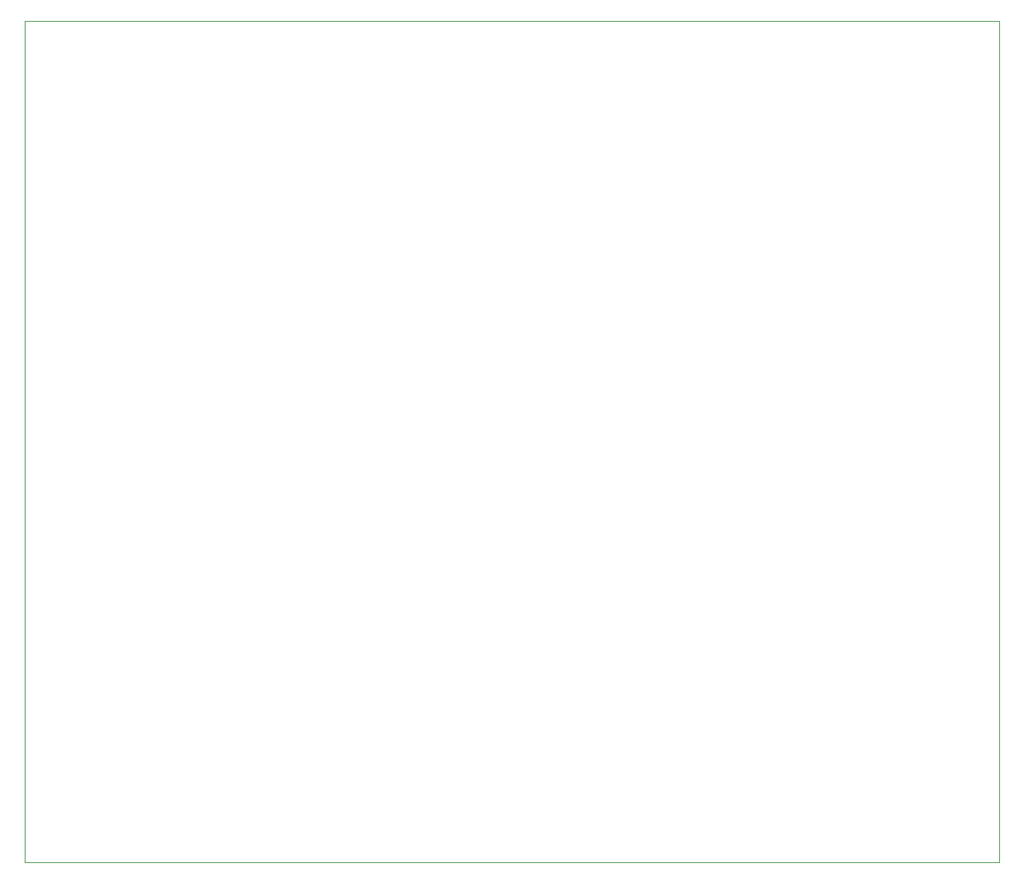
<source format=gbr>
%TF.GenerationSoftware,KiCad,Pcbnew,9.0.0*%
%TF.CreationDate,2025-05-13T00:13:43-03:00*%
%TF.ProjectId,EcoMaua_Rx_Telemetry_Module,45636f4d-6175-4615-9f52-785f54656c65,rev?*%
%TF.SameCoordinates,Original*%
%TF.FileFunction,Profile,NP*%
%FSLAX46Y46*%
G04 Gerber Fmt 4.6, Leading zero omitted, Abs format (unit mm)*
G04 Created by KiCad (PCBNEW 9.0.0) date 2025-05-13 00:13:43*
%MOMM*%
%LPD*%
G01*
G04 APERTURE LIST*
%TA.AperFunction,Profile*%
%ADD10C,0.100000*%
%TD*%
G04 APERTURE END LIST*
D10*
X70866000Y-40690800D02*
X180866000Y-40690800D01*
X180866000Y-135690800D01*
X70866000Y-135690800D01*
X70866000Y-40690800D01*
M02*

</source>
